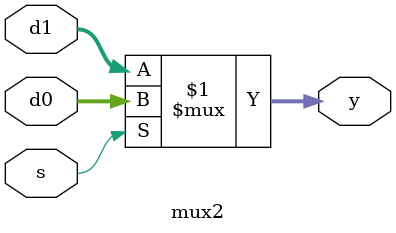
<source format=v>
module pc_mux (
 input [31:0]   npc,
 input [31:0]   pcplus4,
 input          pcsrc,
 output reg [31:0]  nextpc  
);
always @(*) begin
  if(pcsrc)
      nextpc <= npc;
  else
      nextpc <= pcplus4; 
end
  
endmodule

// module s_mux (
//   input [31:0]  d,
//   input [1:0]   s,
//   output reg [31:0] y
// );
// always @(*) begin
//   case(s)
//   2'b01: y <= d;
//   2'b10: y <= {{16{d[15]}},d[15:0]};
//   2'b11: y <= {{24{d[7]}},d[7:0]};
// endcase
// end
// endmodule


// module l_mux (
//    input [31:0]  d,
//   input [1:0]   s,
//   output reg [31:0] y 
// );
// always @(*) begin
//   case(s)
//   2'b00: y <= d;
//   2'b01: y <= {{16{d[15]}},d[15:0]};
//   2'b10: y <= {{24{d[7]}},d[7:0]};
// endcase
// end
// endmodule



module mux2        //two selected choice
             (input  [31:0] d0, d1, 
              input              s, 
              output [31:0]      y);

  assign y = s ? d0 : d1; 
endmodule

// module mux3 #(parameter WIDTH = 32)     //three selected choice
//              (input  [WIDTH-1:0] d0, d1, d2,
//               input  [1:0]       s, 
//               output [WIDTH-1:0] y);

//   assign  y = s[1] ? d2 : (s[0] ? d1 : d0); 
// endmodule

// module mux4 #(parameter WIDTH = 32)   //four ...
//              (input  [WIDTH-1:0] d0, d1, d2, d3,
//               input  [1:0]       s, 
//               output reg [WIDTH-1:0] y);

// 	always @( * )
// 	begin
//       case(s)
//          2'b00: y <= d0;
//          2'b01: y <= d1;
//          2'b10: y <= d2;
//          2'b11: y <= d3;
//       endcase
// 	end
// endmodule

// module mux5 #(parameter WIDTH = 32)     //five ...
//              (input		[WIDTH-1:0] d0, d1, d2, d3, d4,
//               input		[2:0]       s, 
//               output reg	[WIDTH-1:0] y);

// 	always @( * )
// 	begin
//       case(s)
// 	    3'b000: y <= d0;
// 	    3'b001: y <= d1;
// 	    3'b010: y <= d2;
// 	    3'b011: y <= d3;
// 	    3'b100: y <= d4;
//       endcase
//     end  
// endmodule


// module mux6 #(parameter WIDTH = 32)   //six ...
//            (input  [WIDTH-1:0] 	d0, d1, d2, d3, d4, d5,
//             input  [2:0] 		s,
//          	  output reg [WIDTH-1:0]	y);

// 	always@( * )
// 	begin
// 	  case(s)
// 		3'b000: y <= d0;
// 		3'b001: y <= d1;
// 		3'b010: y <= d2;
// 		3'b011: y <= d3;
// 		3'b100: y <= d4;
// 		3'b101: y <= d5;
// 	  endcase
// 	end
// endmodule
</source>
